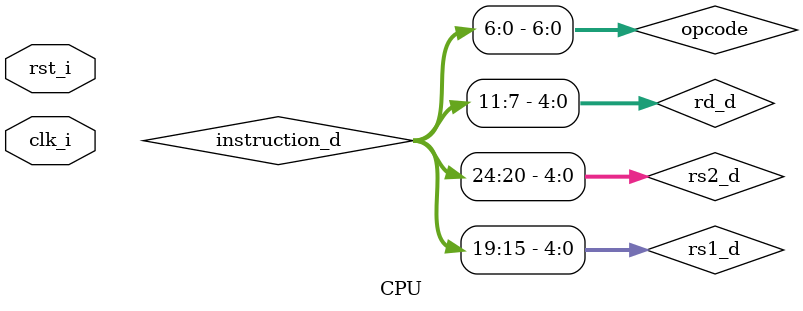
<source format=v>
module CPU(
    clk_i, 
    rst_i,
);

input clk_i;
input rst_i;

//IF Stage
//mux before pc
wire [31:0] pc_src;
wire [31:0] pc_cur;
wire [31:0] pc_add;
wire [31:0] pc_ori;
wire [31:0] pc_real;
wire [31:0] instruction_f;

//ID
wire [31:0] pc_cur_d;
wire [31:0] pc_add_d;
wire [31:0] instruction_d;
wire [6:0] opcode;
wire [4:0] rs1_d;
wire [4:0] rs2_d;
wire [4:0] rd_d;
wire [9:0] funct_d;
wire [31:0] pc_notchosen_d;

wire signed [31:0] data1_d;
wire signed [31:0] data2_d;
wire signed [31:0] imm_d;
wire regwrite_d;
wire memtoreg_d;
wire memread_d;
wire memwrite_d;
wire alusrc_d;
wire branch_d;
wire [1:0] aluop_d;


wire predict_bit;
wire branch_predict;
wire Flush;
wire stall;
wire pcwrite;
wire noop;
wire [31:0] pc_branch;

//EX
wire regwrite_e;
wire memtoreg_e;
wire memread_e;
wire memwrite_e;
wire alusrc_e;
wire branch_e;
wire branch_predict_e;
wire [1:0] aluop_e;
wire signed [31:0] data1_e;
wire signed [31:0] data2_e;
wire signed [31:0] imm_e;
wire [9:0] funct_e;
wire [4:0] rs1_e;
wire [4:0] rs2_e;
wire [4:0] rd_e;
wire [31:0] pc_notchosen_e;

wire signed [31:0] data1_mux;
wire signed [31:0] data2_mux;
wire signed [31:0] data2_imm_mux;
wire [31:0] alures_e;
wire [2:0] aluctrl;

wire [1:0] forwarda, forwardb;
wire data_equal_zero;
wire branch_real;

//MEM
wire regwrite_m;
wire memtoreg_m;
wire memread_m;
wire memwrite_m;
wire [31:0] alures_m;
wire signed [31:0] data2_mux_m;
wire [4:0] rd_m;
wire signed [31:0] read_data_m;

//WB
wire regwrite_w;
wire memtoreg_w;
wire [31:0] alures_w;
wire signed [31:0] read_data_w;
wire [4:0] rd_w;
wire signed [31:0] final_data;

//////////////////////////
MUX PCCHOICE(
    .choice0(pc_add), 
    .choice1(pc_branch), 
    .select(branch_predict), 
    .res(pc_src)
);

MUX REALPC(
    .choice0(pc_src), 
    .choice1(pc_notchosen_e), 
    .select(Flush), 
    .res(pc_real)
);

PC PC(
    .clk_i(clk_i),
    .rst_i(rst_i),
    .PCWrite_i(pcwrite),
    .pc_i(pc_real),
    .pc_o(pc_cur)
);

Adder PCADD(
    .in1(pc_cur), 
    .in2(32'd4), 
    .sum(pc_add)
);

Instruction_Memory Instruction_Memory(
    .addr_i(pc_cur),
    .instr_o(instruction_f)
);

IFID IF_ID(
    .clk(clk_i),
    .reset(rst_i),
    .instr_f(instruction_f),
    .pc_f(pc_cur),
    .pc_add_f(pc_add),
    .stall(stall),
    .flush_i(branch_predict || Flush),
    .instr_d(instruction_d),
    .pc_d(pc_cur_d),
    .pc_add_d(pc_add_d)
);

assign opcode[6:0] = instruction_d[6:0];
assign rs1_d[4:0] = instruction_d[19:15];
assign rs2_d[4:0] = instruction_d[24:20];
assign funct_d[9:3] = instruction_d[31:25];
assign funct_d[2:0] = instruction_d[14:12];
assign rd_d[4:0] = instruction_d[11:7];

Hazard Hazard_Detection(
    .rs1(rs1_d),
    .rs2(rs2_d),
    .memread(memread_e),
    .exrd(rd_e),
    .Stall_o(stall),
    .pcwrite(pcwrite),
    .noop(noop)
);

Control Control(
    .inCtrl(opcode), 
    .noop(noop),
    .regwrite(regwrite_d),
    .memreg(memtoreg_d),
    .memread(memread_d),
    .memwrite(memwrite_d),
    .aluop(aluop_d),
    .alusrc(alusrc_d),
    .Branch_o(branch_d)
);

Branch_Predictor branch_predictor(
    .clk(clk_i),
    .reset(rst_i),
    .branch_i(branch_e),
    .equal(Flush),
    .predict_o(predict_bit)
);

assign branch_predict = (branch_d & predict_bit);

Registers Registers(
    .rst_i(rst_i),
    .clk_i(clk_i),
    .RS1addr_i(rs1_d),
    .RS2addr_i(rs2_d),
    .RDaddr_i(rd_w), 
    .RDdata_i(final_data),
    .RegWrite_i(regwrite_w), 
    .RS1data_o(data1_d), 
    .RS2data_o(data2_d) 
);

ImmGen immExt(
    .instr32(instruction_d),
    .imm32(imm_d)
);

Adder PCADD_BR(
    .in1(pc_cur_d), 
    .in2(imm_d), 
    .sum(pc_branch)
);

MUX PCNOTCHOSEN(
    .choice0(pc_branch), 
    .choice1(pc_add_d), 
    .select(branch_predict), 
    .res(pc_notchosen_d)
);

IDEX ID_EX(
    .clk(clk_i),
    .reset(rst_i),
    .flush_i(Flush),
    .regwrite_d(regwrite_d),
    .memtoreg_d(memtoreg_d),
    .memread_d(memread_d),
    .memwrite_d(memwrite_d),
    .aluop_d(aluop_d),
    .alusrc_d(alusrc_d),
    .branch_d(branch_d),
    .branch_predict_d(branch_predict),
    .rs1_d(data1_d),
    .rs2_d(data2_d),
    .imm32_d(imm_d),
    .func_d(funct_d),
    .instr_rs1_d(rs1_d),
    .instr_rs2_d(rs2_d),
    .instr_rd_d(rd_d),
    .pc_notchosen_d(pc_notchosen_d),
    .regwrite_e(regwrite_e),
    .memtoreg_e(memtoreg_e),
    .memread_e(memread_e),
    .memwrite_e(memwrite_e),
    .aluop_e(aluop_e),
    .alusrc_e(alusrc_e),
    .Branch_o(branch_e),
    .branch_predict_e(branch_predict_e),
    .rs1_e(data1_e),
    .rs2_e(data2_e),
    .imm32_e(imm_e),
    .func_e(funct_e),
    .instr_rs1_e(rs1_e),
    .instr_rs2_e(rs2_e),
    .instr_rd_e(rd_e),
    .pc_notchosen_e(pc_notchosen_e)
);

Forward fowardunit(
    .rs1(rs1_e),
    .rs2(rs2_e),
    .memregwrite(regwrite_m),
    .memrd(rd_m),
    .wbregwrite(regwrite_w),
    .wbrd(rd_w),
    .forward1(forwarda),
    .forward2(forwardb)
);

MUX4 data1_mux3(
    .choice00(data1_e), 
    .choice01(final_data), 
    .choice02(alures_m),
    .select0(forwarda), 
    .res0(data1_mux)
);

MUX4 data2_mux3(
    .choice00(data2_e), 
    .choice01(final_data), 
    .choice02(alures_m),
    .select0(forwardb), 
    .res0(data2_mux)
);

MUX data2_imm_mux2(
    .choice0(data2_mux), 
    .choice1(imm_e),
    .select(alusrc_e), 
    .res(data2_imm_mux)
);

ALU_Control alu_ctrl(
    .op(aluop_e), 
    .func(funct_e), 
    .ctrl_o(aluctrl)
);

ALU ALU(
    .src1(data1_mux), 
    .src2(data2_imm_mux), 
    .ctrl(aluctrl), 
    .data_o(alures_e)
);

assign data_equal_zero = (alures_e == 32'd0);
assign branch_real = (branch_e & data_equal_zero);
assign Flush = (branch_real ^ branch_predict_e);

EXMEM regEXMEM(
    .clk(clk_i),
    .reset(rst_i),
    .regwrite_e(regwrite_e),
    .memtoreg_e(memtoreg_e),
    .memread_e(memread_e),
    .memwrite_e(memwrite_e),
    .alurs_e(alures_e),
    .muxrs2_e(data2_mux),
    .instr_rd_e(rd_e),
    .regwrite_m(regwrite_m),
    .memtoreg_m(memtoreg_m),
    .memread_m(memread_m),
    .memwrite_m(memwrite_m),
    .alurs_m(alures_m),
    .muxrs2_m(data2_mux_m),
    .instr_rd_m(rd_m)
);

Data_Memory Data_Memory(
    .clk_i(clk_i), 
    .addr_i(alures_m), 
    .MemRead_i(memread_m),
    .MemWrite_i(memwrite_m),
    .data_i(data2_mux_m),
    .data_o(read_data_m)
);

MEMWB regMEMWB(
    .clk(clk_i),
    .reset(rst_i),
    .regwrite_m(regwrite_m),
    .memtoreg_m(memtoreg_m),
    .alurs_m(alures_m),
    .rd_m(read_data_m),
    .instr_rd_m(rd_m),
    .regwrite_w(regwrite_w),
    .memtoreg_w(memtoreg_w),
    .alurs_w(alures_w),
    .rd_w(read_data_w),
    .instr_rd_w(rd_w)
);

MUX wbMUX(
    .choice0(alures_w), 
    .choice1(read_data_w), 
    .select(memtoreg_w), 
    .res(final_data)
);

endmodule
</source>
